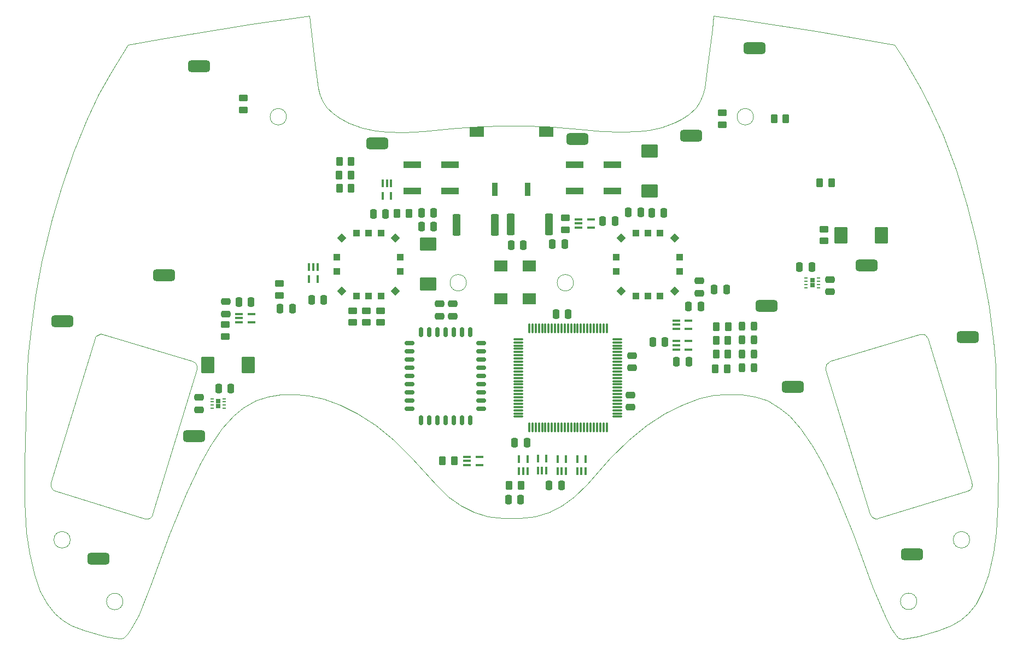
<source format=gbr>
%TF.GenerationSoftware,KiCad,Pcbnew,(6.0.9)*%
%TF.CreationDate,2022-11-22T19:39:32+02:00*%
%TF.ProjectId,PCB,5043422e-6b69-4636-9164-5f7063625858,rev?*%
%TF.SameCoordinates,Original*%
%TF.FileFunction,Paste,Top*%
%TF.FilePolarity,Positive*%
%FSLAX46Y46*%
G04 Gerber Fmt 4.6, Leading zero omitted, Abs format (unit mm)*
G04 Created by KiCad (PCBNEW (6.0.9)) date 2022-11-22 19:39:32*
%MOMM*%
%LPD*%
G01*
G04 APERTURE LIST*
G04 Aperture macros list*
%AMRoundRect*
0 Rectangle with rounded corners*
0 $1 Rounding radius*
0 $2 $3 $4 $5 $6 $7 $8 $9 X,Y pos of 4 corners*
0 Add a 4 corners polygon primitive as box body*
4,1,4,$2,$3,$4,$5,$6,$7,$8,$9,$2,$3,0*
0 Add four circle primitives for the rounded corners*
1,1,$1+$1,$2,$3*
1,1,$1+$1,$4,$5*
1,1,$1+$1,$6,$7*
1,1,$1+$1,$8,$9*
0 Add four rect primitives between the rounded corners*
20,1,$1+$1,$2,$3,$4,$5,0*
20,1,$1+$1,$4,$5,$6,$7,0*
20,1,$1+$1,$6,$7,$8,$9,0*
20,1,$1+$1,$8,$9,$2,$3,0*%
%AMRotRect*
0 Rectangle, with rotation*
0 The origin of the aperture is its center*
0 $1 length*
0 $2 width*
0 $3 Rotation angle, in degrees counterclockwise*
0 Add horizontal line*
21,1,$1,$2,0,0,$3*%
G04 Aperture macros list end*
%TA.AperFunction,Profile*%
%ADD10C,0.100000*%
%TD*%
%ADD11RoundRect,0.243750X0.243750X0.456250X-0.243750X0.456250X-0.243750X-0.456250X0.243750X-0.456250X0*%
%ADD12RoundRect,0.450000X-1.270000X-0.450000X1.270000X-0.450000X1.270000X0.450000X-1.270000X0.450000X0*%
%ADD13RoundRect,0.250000X-0.262500X-0.450000X0.262500X-0.450000X0.262500X0.450000X-0.262500X0.450000X0*%
%ADD14RoundRect,0.150000X-0.150000X-0.587500X0.150000X-0.587500X0.150000X0.587500X-0.150000X0.587500X0*%
%ADD15RoundRect,0.150000X-0.587500X-0.150000X0.587500X-0.150000X0.587500X0.150000X-0.587500X0.150000X0*%
%ADD16RoundRect,0.250000X0.362500X1.425000X-0.362500X1.425000X-0.362500X-1.425000X0.362500X-1.425000X0*%
%ADD17R,1.200000X0.400000*%
%ADD18RoundRect,0.250000X-0.450000X0.262500X-0.450000X-0.262500X0.450000X-0.262500X0.450000X0.262500X0*%
%ADD19RoundRect,0.250000X0.475000X-0.250000X0.475000X0.250000X-0.475000X0.250000X-0.475000X-0.250000X0*%
%ADD20RoundRect,0.250000X0.250000X0.475000X-0.250000X0.475000X-0.250000X-0.475000X0.250000X-0.475000X0*%
%ADD21R,0.750000X0.650000*%
%ADD22R,0.500000X0.250000*%
%ADD23R,2.800000X1.000000*%
%ADD24RoundRect,0.250000X0.787500X1.025000X-0.787500X1.025000X-0.787500X-1.025000X0.787500X-1.025000X0*%
%ADD25R,0.400000X1.200000*%
%ADD26RoundRect,0.250000X0.262500X0.450000X-0.262500X0.450000X-0.262500X-0.450000X0.262500X-0.450000X0*%
%ADD27RoundRect,0.250000X-0.475000X0.250000X-0.475000X-0.250000X0.475000X-0.250000X0.475000X0.250000X0*%
%ADD28RoundRect,0.250000X-0.250000X-0.475000X0.250000X-0.475000X0.250000X0.475000X-0.250000X0.475000X0*%
%ADD29RoundRect,0.250000X-1.025000X0.787500X-1.025000X-0.787500X1.025000X-0.787500X1.025000X0.787500X0*%
%ADD30R,1.000000X1.000000*%
%ADD31RotRect,1.000000X1.000000X135.000000*%
%ADD32RotRect,1.000000X1.000000X45.000000*%
%ADD33RoundRect,0.250000X0.450000X-0.262500X0.450000X0.262500X-0.450000X0.262500X-0.450000X-0.262500X0*%
%ADD34RoundRect,0.075000X-0.662500X-0.075000X0.662500X-0.075000X0.662500X0.075000X-0.662500X0.075000X0*%
%ADD35RoundRect,0.075000X-0.075000X-0.662500X0.075000X-0.662500X0.075000X0.662500X-0.075000X0.662500X0*%
%ADD36R,0.890000X2.080000*%
%ADD37R,2.325000X1.520000*%
%ADD38RoundRect,0.250000X-0.362500X-1.425000X0.362500X-1.425000X0.362500X1.425000X-0.362500X1.425000X0*%
%ADD39RoundRect,0.250000X1.025000X-0.787500X1.025000X0.787500X-1.025000X0.787500X-1.025000X-0.787500X0*%
%ADD40R,2.000000X1.800000*%
%ADD41RoundRect,0.250000X-0.787500X-1.025000X0.787500X-1.025000X0.787500X1.025000X-0.787500X1.025000X0*%
G04 APERTURE END LIST*
D10*
X175615600Y-38887400D02*
X187248800Y-40665400D01*
X199390000Y-42799000D01*
X200710800Y-44831000D01*
X203250800Y-49199800D01*
X204622400Y-51892200D01*
X206857600Y-56769000D01*
X208889600Y-62204600D01*
X210515200Y-67437000D01*
X211988400Y-73025000D01*
X213360000Y-79629000D01*
X213969600Y-83235800D01*
X214731600Y-89433400D01*
X214985600Y-92532200D01*
X215138000Y-99491800D01*
X215442800Y-107365800D01*
X215392000Y-113614200D01*
X215138000Y-118237000D01*
X214680800Y-121386600D01*
X213918800Y-124739400D01*
X213004400Y-127330200D01*
X211937600Y-129311400D01*
X210769200Y-130784600D01*
X209600800Y-131800600D01*
X208127600Y-132664200D01*
X206197200Y-133375400D01*
X203047600Y-134289800D01*
X201523600Y-134594600D01*
X200558400Y-134747000D01*
X200304400Y-134696200D01*
X199948800Y-134543800D01*
X199491600Y-134035800D01*
X198780400Y-132969000D01*
X197815200Y-130987800D01*
X195986400Y-126669800D01*
X192989200Y-118541800D01*
X190398400Y-112141000D01*
X188264800Y-107670600D01*
X186639200Y-104825800D01*
X184810400Y-102133400D01*
X183083200Y-100203000D01*
X181559200Y-98983800D01*
X179679600Y-97866200D01*
X177800000Y-97256600D01*
X175666400Y-96901000D01*
X173126400Y-96901000D01*
X171450000Y-97002600D01*
X169113200Y-97510600D01*
X166522400Y-98475800D01*
X163880800Y-99796600D01*
X161036000Y-101625400D01*
X158242000Y-103962200D01*
X155346400Y-106756200D01*
X151790400Y-110769400D01*
X149758400Y-112750600D01*
X147878800Y-114071400D01*
X145897600Y-115087400D01*
X143713200Y-115747800D01*
X141325600Y-116052600D01*
X138734800Y-116052600D01*
X136398000Y-115747800D01*
X134213600Y-115087400D01*
X132181600Y-114122200D01*
X130302000Y-112750600D01*
X128320800Y-110769400D01*
X124714000Y-106807000D01*
X121818400Y-103911400D01*
X119024400Y-101676200D01*
X116230400Y-99847400D01*
X113538000Y-98475800D01*
X110998000Y-97561400D01*
X108610400Y-97053400D01*
X106934000Y-96901000D01*
X104394000Y-96901000D01*
X102311200Y-97256600D01*
X100431600Y-97866200D01*
X98552000Y-98933000D01*
X97028000Y-100203000D01*
X95250000Y-102133400D01*
X93421200Y-104775000D01*
X91795600Y-107619800D01*
X89712800Y-112141000D01*
X87122000Y-118491000D01*
X84124800Y-126568200D01*
X82346800Y-130987800D01*
X81280000Y-132969000D01*
X80568800Y-133985000D01*
X79959200Y-134543800D01*
X79552800Y-134696200D01*
X78536800Y-134594600D01*
X77063600Y-134289800D01*
X73863200Y-133375400D01*
X71882000Y-132664200D01*
X70459600Y-131800600D01*
X69291200Y-130784600D01*
X68122800Y-129260600D01*
X67056000Y-127330200D01*
X66141600Y-124790200D01*
X65379600Y-121437400D01*
X64922400Y-118237000D01*
X64668400Y-113563400D01*
X64668400Y-107365800D01*
X64973200Y-94665800D01*
X65176400Y-91059000D01*
X65633600Y-86537800D01*
X66344800Y-81457800D01*
X67310000Y-76377800D01*
X68884800Y-69824600D01*
X70307200Y-64998600D01*
X72186800Y-59461400D01*
X74269600Y-54330600D01*
X76098400Y-50520600D01*
X78079600Y-46964600D01*
X80670400Y-42799000D01*
X86360000Y-41783000D01*
X99822000Y-39547800D01*
X108762800Y-38328600D01*
X109575600Y-45745400D01*
X110083600Y-49453800D01*
X110337600Y-50469800D01*
X110794800Y-51485800D01*
X111455200Y-52501800D01*
X112369600Y-53416200D01*
X113334800Y-54076600D01*
X114858800Y-54940200D01*
X116941600Y-55651400D01*
X118973600Y-56057800D01*
X120751600Y-56261000D01*
X123342400Y-56311800D01*
X126390400Y-56159400D01*
X130606800Y-55753000D01*
X135280400Y-55397400D01*
X138836400Y-55295800D01*
X141681200Y-55295800D01*
X145491200Y-55448200D01*
X150418800Y-55854600D01*
X154076400Y-56159400D01*
X157073600Y-56261000D01*
X159715200Y-56210200D01*
X161340800Y-56007000D01*
X163271200Y-55600600D01*
X165303200Y-54838600D01*
X166370000Y-54330600D01*
X167538400Y-53517800D01*
X168605200Y-52501800D01*
X169214800Y-51587400D01*
X169621200Y-50571400D01*
X169976800Y-49453800D01*
X170332400Y-46710600D01*
X171145200Y-40360600D01*
X171297600Y-38328600D01*
X175615600Y-38887400D01*
X79886044Y-128933444D02*
G75*
G03*
X79886044Y-128933444I-1273044J0D01*
G01*
X177523644Y-53927244D02*
G75*
G03*
X177523644Y-53927244I-1273044J0D01*
G01*
X133073644Y-79606644D02*
G75*
G03*
X133073644Y-79606644I-1273044J0D01*
G01*
X202822044Y-128908044D02*
G75*
G03*
X202822044Y-128908044I-1273044J0D01*
G01*
X76758800Y-87553800D02*
X90627200Y-91770200D01*
X91033600Y-91973400D01*
X91236800Y-92227400D01*
X91287600Y-92481400D01*
X91338400Y-92684600D01*
X91338400Y-93040200D01*
X84480400Y-115392200D01*
X84429600Y-115544600D01*
X84277200Y-115798600D01*
X84023200Y-116001800D01*
X83667600Y-116103400D01*
X83261200Y-116103400D01*
X69392800Y-111836200D01*
X69138800Y-111683800D01*
X68986400Y-111531400D01*
X68783200Y-111277400D01*
X68681600Y-111023400D01*
X68681600Y-110566200D01*
X75539600Y-88214200D01*
X75590400Y-88011000D01*
X75742800Y-87858600D01*
X76047600Y-87655400D01*
X76403200Y-87503000D01*
X76758800Y-87553800D01*
X149659844Y-79606644D02*
G75*
G03*
X149659844Y-79606644I-1273044J0D01*
G01*
X203962000Y-87604600D02*
X204114400Y-87655400D01*
X204266800Y-87858600D01*
X204368400Y-88011000D01*
X204520800Y-88214200D01*
X211277200Y-110363000D01*
X211328000Y-110566200D01*
X211378800Y-110871000D01*
X211328000Y-111175800D01*
X211226400Y-111429800D01*
X211023200Y-111633000D01*
X210667600Y-111836200D01*
X196850000Y-116052600D01*
X196697600Y-116103400D01*
X196392800Y-116103400D01*
X195884800Y-115900200D01*
X195681600Y-115646200D01*
X195529200Y-115392200D01*
X188722000Y-93091000D01*
X188671200Y-92735400D01*
X188772800Y-92329000D01*
X188874400Y-92176600D01*
X189179200Y-91871800D01*
X189382400Y-91770200D01*
X203250800Y-87553800D01*
X203708000Y-87553800D01*
X203962000Y-87604600D01*
X211000844Y-119383044D02*
G75*
G03*
X211000844Y-119383044I-1273044J0D01*
G01*
X105209844Y-53927244D02*
G75*
G03*
X105209844Y-53927244I-1273044J0D01*
G01*
X71732644Y-119383044D02*
G75*
G03*
X71732644Y-119383044I-1273044J0D01*
G01*
D11*
%TO.C,D1*%
X177594500Y-92735400D03*
X175719500Y-92735400D03*
%TD*%
D12*
%TO.C,TP14*%
X86233000Y-78486000D03*
%TD*%
D13*
%TO.C,R31*%
X180722900Y-54203600D03*
X182547900Y-54203600D03*
%TD*%
D14*
%TO.C,U5*%
X129819400Y-87218700D03*
X128549400Y-87218700D03*
X127279400Y-87218700D03*
X126009400Y-87218700D03*
D15*
X124256900Y-88976200D03*
X124256900Y-90246200D03*
X124256900Y-91516200D03*
X124256900Y-92786200D03*
X124256900Y-94056200D03*
X124256900Y-95326200D03*
X124256900Y-96596200D03*
X124256900Y-97866200D03*
X124256900Y-99136200D03*
D14*
X126009400Y-100893700D03*
X127279400Y-100893700D03*
X128549400Y-100893700D03*
X129819400Y-100893700D03*
X131089400Y-100893700D03*
X132359400Y-100893700D03*
X133629400Y-100893700D03*
D15*
X135381900Y-99136200D03*
X135381900Y-97866200D03*
X135381900Y-96596200D03*
X135381900Y-95326200D03*
X135381900Y-94056200D03*
X135381900Y-92786200D03*
X135381900Y-91516200D03*
X135381900Y-90246200D03*
X135381900Y-88976200D03*
D14*
X133629400Y-87218700D03*
X132359400Y-87218700D03*
X131089400Y-87218700D03*
%TD*%
D16*
%TO.C,R1*%
X137455500Y-70637400D03*
X131530500Y-70637400D03*
%TD*%
D17*
%TO.C,IC3*%
X165547000Y-88631000D03*
X165547000Y-89281000D03*
X165547000Y-89931000D03*
X167447000Y-89931000D03*
X167447000Y-88631000D03*
%TD*%
D18*
%TO.C,R22*%
X117602000Y-83947000D03*
X117602000Y-85772000D03*
%TD*%
D11*
%TO.C,D4*%
X177594500Y-86360000D03*
X175719500Y-86360000D03*
%TD*%
D19*
%TO.C,C25*%
X128879600Y-84770000D03*
X128879600Y-82870000D03*
%TD*%
D17*
%TO.C,IC9*%
X165547000Y-85456000D03*
X165547000Y-86106000D03*
X165547000Y-86756000D03*
X167447000Y-86756000D03*
X167447000Y-85456000D03*
%TD*%
D20*
%TO.C,C16*%
X160055600Y-68732400D03*
X158155600Y-68732400D03*
%TD*%
D21*
%TO.C,U1*%
X186629000Y-79217000D03*
X186629000Y-80017000D03*
D22*
X185679000Y-78867000D03*
X185679000Y-79367000D03*
X185679000Y-79867000D03*
X185679000Y-80367000D03*
X187579000Y-80367000D03*
X187579000Y-79867000D03*
X187579000Y-79367000D03*
X187579000Y-78867000D03*
%TD*%
D12*
%TO.C,TP6*%
X150241000Y-57404000D03*
%TD*%
D13*
%TO.C,R17*%
X139700000Y-110998000D03*
X141525000Y-110998000D03*
%TD*%
D23*
%TO.C,S5*%
X130510000Y-61380000D03*
X124710000Y-61380000D03*
X124710000Y-65380000D03*
X130510000Y-65380000D03*
%TD*%
D24*
%TO.C,C3*%
X99251500Y-92329000D03*
X93026500Y-92329000D03*
%TD*%
D25*
%TO.C,IC15*%
X121401600Y-64251800D03*
X120751600Y-64251800D03*
X120101600Y-64251800D03*
X120101600Y-66151800D03*
X121401600Y-66151800D03*
%TD*%
D11*
%TO.C,D3*%
X177592200Y-88442800D03*
X175717200Y-88442800D03*
%TD*%
D20*
%TO.C,C44*%
X163830000Y-88773000D03*
X161930000Y-88773000D03*
%TD*%
D26*
%TO.C,R3*%
X173457000Y-92887800D03*
X171632000Y-92887800D03*
%TD*%
D25*
%TO.C,IC11*%
X150226000Y-108773000D03*
X150876000Y-108773000D03*
X151526000Y-108773000D03*
X151526000Y-106873000D03*
X150226000Y-106873000D03*
%TD*%
D13*
%TO.C,R35*%
X187784100Y-64135000D03*
X189609100Y-64135000D03*
%TD*%
D27*
%TO.C,C4*%
X189404000Y-79109000D03*
X189404000Y-81009000D03*
%TD*%
D12*
%TO.C,TP12*%
X210693000Y-88011000D03*
%TD*%
D28*
%TO.C,C1*%
X94681000Y-96012000D03*
X96581000Y-96012000D03*
%TD*%
D18*
%TO.C,R7*%
X148361400Y-69597900D03*
X148361400Y-71422900D03*
%TD*%
D13*
%TO.C,R29*%
X113387500Y-65024000D03*
X115212500Y-65024000D03*
%TD*%
D29*
%TO.C,C12*%
X127152400Y-73595500D03*
X127152400Y-79820500D03*
%TD*%
D30*
%TO.C,S3*%
X113017000Y-77900000D03*
X122817000Y-77900000D03*
X122817000Y-75700000D03*
X113017000Y-75700000D03*
X116017000Y-71900000D03*
X117917000Y-71900000D03*
X119817000Y-71900000D03*
X116017000Y-81700000D03*
X117917000Y-81700000D03*
X119817000Y-81700000D03*
D31*
X122053570Y-80936570D03*
D32*
X122053570Y-72663430D03*
D31*
X113780430Y-72663430D03*
D32*
X113780430Y-80936570D03*
%TD*%
D26*
%TO.C,R6*%
X173609400Y-86385400D03*
X171784400Y-86385400D03*
%TD*%
D33*
%TO.C,R28*%
X98526600Y-52880900D03*
X98526600Y-51055900D03*
%TD*%
D17*
%TO.C,IC2*%
X150459400Y-69784200D03*
X150459400Y-70434200D03*
X150459400Y-71084200D03*
X152359400Y-71084200D03*
X152359400Y-69784200D03*
%TD*%
D20*
%TO.C,C61*%
X167513000Y-91821000D03*
X165613000Y-91821000D03*
%TD*%
D25*
%TO.C,IC4*%
X141209000Y-108773000D03*
X141859000Y-108773000D03*
X142509000Y-108773000D03*
X142509000Y-106873000D03*
X141209000Y-106873000D03*
%TD*%
D20*
%TO.C,C5*%
X186563000Y-77204000D03*
X184663000Y-77204000D03*
%TD*%
D28*
%TO.C,C41*%
X146954200Y-84429600D03*
X148854200Y-84429600D03*
%TD*%
D34*
%TO.C,U4*%
X141130700Y-88335600D03*
X141130700Y-88835600D03*
X141130700Y-89335600D03*
X141130700Y-89835600D03*
X141130700Y-90335600D03*
X141130700Y-90835600D03*
X141130700Y-91335600D03*
X141130700Y-91835600D03*
X141130700Y-92335600D03*
X141130700Y-92835600D03*
X141130700Y-93335600D03*
X141130700Y-93835600D03*
X141130700Y-94335600D03*
X141130700Y-94835600D03*
X141130700Y-95335600D03*
X141130700Y-95835600D03*
X141130700Y-96335600D03*
X141130700Y-96835600D03*
X141130700Y-97335600D03*
X141130700Y-97835600D03*
X141130700Y-98335600D03*
X141130700Y-98835600D03*
X141130700Y-99335600D03*
X141130700Y-99835600D03*
X141130700Y-100335600D03*
D35*
X142793200Y-101998100D03*
X143293200Y-101998100D03*
X143793200Y-101998100D03*
X144293200Y-101998100D03*
X144793200Y-101998100D03*
X145293200Y-101998100D03*
X145793200Y-101998100D03*
X146293200Y-101998100D03*
X146793200Y-101998100D03*
X147293200Y-101998100D03*
X147793200Y-101998100D03*
X148293200Y-101998100D03*
X148793200Y-101998100D03*
X149293200Y-101998100D03*
X149793200Y-101998100D03*
X150293200Y-101998100D03*
X150793200Y-101998100D03*
X151293200Y-101998100D03*
X151793200Y-101998100D03*
X152293200Y-101998100D03*
X152793200Y-101998100D03*
X153293200Y-101998100D03*
X153793200Y-101998100D03*
X154293200Y-101998100D03*
X154793200Y-101998100D03*
D34*
X156455700Y-100335600D03*
X156455700Y-99835600D03*
X156455700Y-99335600D03*
X156455700Y-98835600D03*
X156455700Y-98335600D03*
X156455700Y-97835600D03*
X156455700Y-97335600D03*
X156455700Y-96835600D03*
X156455700Y-96335600D03*
X156455700Y-95835600D03*
X156455700Y-95335600D03*
X156455700Y-94835600D03*
X156455700Y-94335600D03*
X156455700Y-93835600D03*
X156455700Y-93335600D03*
X156455700Y-92835600D03*
X156455700Y-92335600D03*
X156455700Y-91835600D03*
X156455700Y-91335600D03*
X156455700Y-90835600D03*
X156455700Y-90335600D03*
X156455700Y-89835600D03*
X156455700Y-89335600D03*
X156455700Y-88835600D03*
X156455700Y-88335600D03*
D35*
X154793200Y-86673100D03*
X154293200Y-86673100D03*
X153793200Y-86673100D03*
X153293200Y-86673100D03*
X152793200Y-86673100D03*
X152293200Y-86673100D03*
X151793200Y-86673100D03*
X151293200Y-86673100D03*
X150793200Y-86673100D03*
X150293200Y-86673100D03*
X149793200Y-86673100D03*
X149293200Y-86673100D03*
X148793200Y-86673100D03*
X148293200Y-86673100D03*
X147793200Y-86673100D03*
X147293200Y-86673100D03*
X146793200Y-86673100D03*
X146293200Y-86673100D03*
X145793200Y-86673100D03*
X145293200Y-86673100D03*
X144793200Y-86673100D03*
X144293200Y-86673100D03*
X143793200Y-86673100D03*
X143293200Y-86673100D03*
X142793200Y-86673100D03*
%TD*%
D36*
%TO.C,S1*%
X142590000Y-65150000D03*
X137510000Y-65150000D03*
D37*
X145428000Y-56230000D03*
X134672000Y-56230000D03*
%TD*%
D20*
%TO.C,C58*%
X147762000Y-110998000D03*
X145862000Y-110998000D03*
%TD*%
%TO.C,C32*%
X141894600Y-73812400D03*
X139994600Y-73812400D03*
%TD*%
D12*
%TO.C,TP9*%
X76073000Y-122301000D03*
%TD*%
D38*
%TO.C,R2*%
X139887100Y-70586600D03*
X145812100Y-70586600D03*
%TD*%
D18*
%TO.C,R20*%
X115443000Y-83947000D03*
X115443000Y-85772000D03*
%TD*%
D12*
%TO.C,TP1*%
X179578000Y-83185000D03*
%TD*%
%TO.C,TP4*%
X90932000Y-103378000D03*
%TD*%
D25*
%TO.C,IC5*%
X109997000Y-77155000D03*
X109347000Y-77155000D03*
X108697000Y-77155000D03*
X108697000Y-79055000D03*
X109997000Y-79055000D03*
%TD*%
D18*
%TO.C,R34*%
X188468000Y-71327000D03*
X188468000Y-73152000D03*
%TD*%
D12*
%TO.C,TP5*%
X119253000Y-58039000D03*
%TD*%
D33*
%TO.C,R21*%
X95758000Y-87907500D03*
X95758000Y-86082500D03*
%TD*%
D39*
%TO.C,C18*%
X161391600Y-65418700D03*
X161391600Y-59193700D03*
%TD*%
D20*
%TO.C,C22*%
X148270000Y-73634600D03*
X146370000Y-73634600D03*
%TD*%
D11*
%TO.C,D2*%
X177594500Y-90627200D03*
X175719500Y-90627200D03*
%TD*%
D17*
%TO.C,IC8*%
X97856000Y-84440000D03*
X97856000Y-85090000D03*
X97856000Y-85740000D03*
X99756000Y-85740000D03*
X99756000Y-84440000D03*
%TD*%
D20*
%TO.C,C11*%
X128026200Y-70916800D03*
X126126200Y-70916800D03*
%TD*%
D19*
%TO.C,C24*%
X130937000Y-84770000D03*
X130937000Y-82870000D03*
%TD*%
D40*
%TO.C,Y1*%
X138414400Y-77012800D03*
X138414400Y-82092800D03*
X142814400Y-82092800D03*
X142814400Y-77012800D03*
%TD*%
D13*
%TO.C,R27*%
X113387500Y-60833000D03*
X115212500Y-60833000D03*
%TD*%
D27*
%TO.C,C50*%
X169164000Y-79314000D03*
X169164000Y-81214000D03*
%TD*%
D12*
%TO.C,TP8*%
X177673000Y-43307000D03*
%TD*%
D18*
%TO.C,R26*%
X104089200Y-79757900D03*
X104089200Y-81582900D03*
%TD*%
D20*
%TO.C,C40*%
X142428000Y-104317800D03*
X140528000Y-104317800D03*
%TD*%
D18*
%TO.C,R24*%
X119761000Y-83923500D03*
X119761000Y-85748500D03*
%TD*%
D12*
%TO.C,TP13*%
X195072000Y-76962000D03*
%TD*%
D19*
%TO.C,C42*%
X158496000Y-98867000D03*
X158496000Y-96967000D03*
%TD*%
D30*
%TO.C,S4*%
X156280000Y-77900000D03*
X166080000Y-77900000D03*
X166080000Y-75700000D03*
X156280000Y-75700000D03*
X159280000Y-71900000D03*
X161180000Y-71900000D03*
X163080000Y-71900000D03*
X159280000Y-81700000D03*
X161180000Y-81700000D03*
X163080000Y-81700000D03*
D31*
X165316570Y-80936570D03*
D32*
X165316570Y-72663430D03*
D31*
X157043430Y-72663430D03*
D32*
X157043430Y-80936570D03*
%TD*%
D13*
%TO.C,R25*%
X129366000Y-107188000D03*
X131191000Y-107188000D03*
%TD*%
D33*
%TO.C,R33*%
X172694600Y-55166900D03*
X172694600Y-53341900D03*
%TD*%
D20*
%TO.C,C46*%
X141478000Y-113157000D03*
X139578000Y-113157000D03*
%TD*%
D17*
%TO.C,IC12*%
X133162000Y-106538000D03*
X133162000Y-107188000D03*
X133162000Y-107838000D03*
X135062000Y-107838000D03*
X135062000Y-106538000D03*
%TD*%
D23*
%TO.C,S2*%
X149860000Y-65380000D03*
X155660000Y-65380000D03*
X155660000Y-61380000D03*
X149860000Y-61380000D03*
%TD*%
D12*
%TO.C,TP2*%
X183642000Y-95758000D03*
%TD*%
D28*
%TO.C,C66*%
X171455000Y-80645000D03*
X173355000Y-80645000D03*
%TD*%
D26*
%TO.C,R4*%
X173558600Y-90652600D03*
X171733600Y-90652600D03*
%TD*%
%TO.C,R5*%
X173558600Y-88519000D03*
X171733600Y-88519000D03*
%TD*%
D12*
%TO.C,TP11*%
X202057000Y-121666000D03*
%TD*%
D28*
%TO.C,C64*%
X104206000Y-83642200D03*
X106106000Y-83642200D03*
%TD*%
D12*
%TO.C,TP7*%
X167894000Y-56896000D03*
%TD*%
D21*
%TO.C,U2*%
X94615000Y-97898000D03*
X94615000Y-98698000D03*
D22*
X93665000Y-97548000D03*
X93665000Y-98048000D03*
X93665000Y-98548000D03*
X93665000Y-99048000D03*
X95565000Y-99048000D03*
X95565000Y-98548000D03*
X95565000Y-98048000D03*
X95565000Y-97548000D03*
%TD*%
D28*
%TO.C,C49*%
X167452000Y-83312000D03*
X169352000Y-83312000D03*
%TD*%
D19*
%TO.C,C54*%
X95783400Y-84439800D03*
X95783400Y-82539800D03*
%TD*%
D20*
%TO.C,C51*%
X99705200Y-82600800D03*
X97805200Y-82600800D03*
%TD*%
D26*
%TO.C,R36*%
X124178700Y-68884800D03*
X122353700Y-68884800D03*
%TD*%
D20*
%TO.C,C10*%
X128026200Y-68808600D03*
X126126200Y-68808600D03*
%TD*%
D28*
%TO.C,C23*%
X154167800Y-70053200D03*
X156067800Y-70053200D03*
%TD*%
D20*
%TO.C,C68*%
X120558600Y-68961000D03*
X118658600Y-68961000D03*
%TD*%
D25*
%TO.C,IC6*%
X144130000Y-108712000D03*
X144780000Y-108712000D03*
X145430000Y-108712000D03*
X145430000Y-106812000D03*
X144130000Y-106812000D03*
%TD*%
D28*
%TO.C,C17*%
X161737000Y-68757800D03*
X163637000Y-68757800D03*
%TD*%
D27*
%TO.C,C2*%
X91694000Y-97348000D03*
X91694000Y-99248000D03*
%TD*%
D28*
%TO.C,C48*%
X109098000Y-82296000D03*
X110998000Y-82296000D03*
%TD*%
D13*
%TO.C,R30*%
X113364000Y-62992000D03*
X115189000Y-62992000D03*
%TD*%
D12*
%TO.C,TP3*%
X70485000Y-85598000D03*
%TD*%
D25*
%TO.C,IC10*%
X147178000Y-108773000D03*
X147828000Y-108773000D03*
X148478000Y-108773000D03*
X148478000Y-106873000D03*
X147178000Y-106873000D03*
%TD*%
D12*
%TO.C,TP10*%
X91694000Y-46101000D03*
%TD*%
D41*
%TO.C,C6*%
X191070500Y-72263000D03*
X197295500Y-72263000D03*
%TD*%
D19*
%TO.C,C55*%
X158750000Y-92771000D03*
X158750000Y-90871000D03*
%TD*%
M02*

</source>
